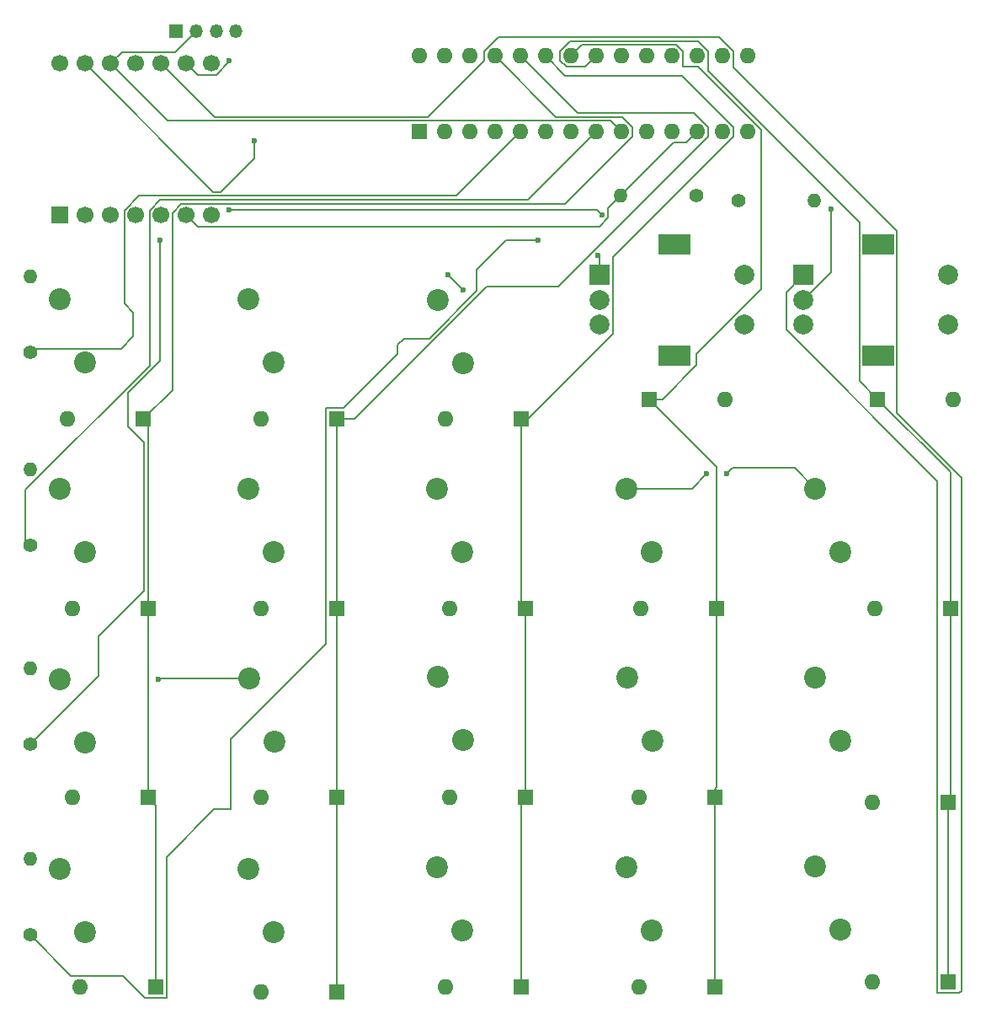
<source format=gbr>
%TF.GenerationSoftware,KiCad,Pcbnew,8.0.6-1.fc40*%
%TF.CreationDate,2024-10-26T10:37:25+11:00*%
%TF.ProjectId,Davepad,44617665-7061-4642-9e6b-696361645f70,rev?*%
%TF.SameCoordinates,Original*%
%TF.FileFunction,Copper,L2,Bot*%
%TF.FilePolarity,Positive*%
%FSLAX46Y46*%
G04 Gerber Fmt 4.6, Leading zero omitted, Abs format (unit mm)*
G04 Created by KiCad (PCBNEW 8.0.6-1.fc40) date 2024-10-26 10:37:25*
%MOMM*%
%LPD*%
G01*
G04 APERTURE LIST*
%TA.AperFunction,ComponentPad*%
%ADD10R,1.350000X1.350000*%
%TD*%
%TA.AperFunction,ComponentPad*%
%ADD11O,1.350000X1.350000*%
%TD*%
%TA.AperFunction,ComponentPad*%
%ADD12O,1.600000X1.600000*%
%TD*%
%TA.AperFunction,ComponentPad*%
%ADD13R,1.600000X1.600000*%
%TD*%
%TA.AperFunction,ComponentPad*%
%ADD14C,2.200000*%
%TD*%
%TA.AperFunction,ComponentPad*%
%ADD15C,1.700000*%
%TD*%
%TA.AperFunction,ComponentPad*%
%ADD16R,1.700000X1.700000*%
%TD*%
%TA.AperFunction,ComponentPad*%
%ADD17C,2.000000*%
%TD*%
%TA.AperFunction,ComponentPad*%
%ADD18R,3.200000X2.000000*%
%TD*%
%TA.AperFunction,ComponentPad*%
%ADD19R,2.000000X2.000000*%
%TD*%
%TA.AperFunction,ComponentPad*%
%ADD20O,1.400000X1.400000*%
%TD*%
%TA.AperFunction,ComponentPad*%
%ADD21C,1.400000*%
%TD*%
%TA.AperFunction,ViaPad*%
%ADD22C,0.600000*%
%TD*%
%TA.AperFunction,Conductor*%
%ADD23C,0.200000*%
%TD*%
G04 APERTURE END LIST*
D10*
%TO.P,J1,1,Pin_1*%
%TO.N,GND*%
X35171138Y-20500000D03*
D11*
%TO.P,J1,2,Pin_2*%
%TO.N,Net-(J1-Pin_2)*%
X37171138Y-20500000D03*
%TO.P,J1,3,Pin_3*%
%TO.N,SCL*%
X39171138Y-20500000D03*
%TO.P,J1,4,Pin_4*%
%TO.N,SDA*%
X41171138Y-20500000D03*
%TD*%
D12*
%TO.P,D3,2,A*%
%TO.N,Net-(D3-A)*%
X24690000Y-97500000D03*
D13*
%TO.P,D3,1,K*%
%TO.N,Net-(D1-K)*%
X32310000Y-97500000D03*
%TD*%
D14*
%TO.P,SW3,2,2*%
%TO.N,Net-(D3-A)*%
X26000000Y-92000000D03*
%TO.P,SW3,1,1*%
%TO.N,Net-(R7-Pad2)*%
X23460000Y-85650000D03*
%TD*%
%TO.P,SW16,2,2*%
%TO.N,Net-(D17-A)*%
X83000000Y-110850000D03*
%TO.P,SW16,1,1*%
%TO.N,Net-(R6-Pad2)*%
X80460000Y-104500000D03*
%TD*%
%TO.P,SW12,2,2*%
%TO.N,Net-(D13-A)*%
X63960000Y-110850000D03*
%TO.P,SW12,1,1*%
%TO.N,Net-(R6-Pad2)*%
X61420000Y-104500000D03*
%TD*%
%TO.P,SW11,2,2*%
%TO.N,Net-(D12-A)*%
X64000000Y-91730000D03*
%TO.P,SW11,1,1*%
%TO.N,Net-(R7-Pad2)*%
X61460000Y-85380000D03*
%TD*%
%TO.P,SW14,2,2*%
%TO.N,Net-(D15-A)*%
X82960000Y-72810000D03*
%TO.P,SW14,1,1*%
%TO.N,Net-(R8-Pad2)*%
X80420000Y-66460000D03*
%TD*%
D15*
%TO.P,U1,14,5V*%
%TO.N,VCC*%
X23460000Y-23750000D03*
%TO.P,U1,13,GND*%
%TO.N,GND*%
X26000000Y-23750000D03*
%TO.P,U1,12,3V3*%
%TO.N,Net-(J1-Pin_2)*%
X28540000Y-23750000D03*
%TO.P,U1,11,PA6_A10_D10_MOSI*%
%TO.N,ROT0B*%
X31080000Y-23750000D03*
%TO.P,U1,10,PA5_A9_D9_MISO*%
%TO.N,ROT1A*%
X33620000Y-23750000D03*
%TO.P,U1,9,PA7_A8_D8_SCK*%
%TO.N,ROT1B*%
X36160000Y-23750000D03*
%TO.P,U1,8,PB09_A7_D7_RX*%
%TO.N,unconnected-(U1-PB09_A7_D7_RX-Pad8)*%
X38700000Y-23750000D03*
%TO.P,U1,7,PB08_A6_D6_TX*%
%TO.N,unconnected-(U1-PB08_A6_D6_TX-Pad7)*%
X38700000Y-39000000D03*
%TO.P,U1,6,PA9_A5_D5_SCL*%
%TO.N,SCL*%
X36160000Y-39000000D03*
%TO.P,U1,5,PA8_A4_D4_SDA*%
%TO.N,SDA*%
X33620000Y-39000000D03*
%TO.P,U1,4,PA11_A3_D3*%
%TO.N,unconnected-(U1-PA11_A3_D3-Pad4)*%
X31080000Y-39000000D03*
%TO.P,U1,3,PA10_A2_D2*%
%TO.N,unconnected-(U1-PA10_A2_D2-Pad3)*%
X28540000Y-39000000D03*
%TO.P,U1,2,PA4_A1_D1*%
%TO.N,ROT0A*%
X26000000Y-39000000D03*
D16*
%TO.P,U1,1,PA02_A0_D0*%
%TO.N,unconnected-(U1-PA02_A0_D0-Pad1)*%
X23460000Y-39000000D03*
%TD*%
D14*
%TO.P,SW7,2,2*%
%TO.N,Net-(D7-A)*%
X45040000Y-91850000D03*
%TO.P,SW7,1,1*%
%TO.N,Net-(R7-Pad2)*%
X42500000Y-85500000D03*
%TD*%
%TO.P,SW18,2,2*%
%TO.N,Net-(D19-A)*%
X101960000Y-72810000D03*
%TO.P,SW18,1,1*%
%TO.N,Net-(R8-Pad2)*%
X99420000Y-66460000D03*
%TD*%
D17*
%TO.P,SW13,S2,S2*%
%TO.N,Net-(R9-Pad2)*%
X92250000Y-45000000D03*
%TO.P,SW13,S1,S1*%
%TO.N,Net-(D14-A)*%
X92250000Y-50000000D03*
D18*
%TO.P,SW13,MP*%
%TO.N,N/C*%
X85250000Y-53100000D03*
X85250000Y-41900000D03*
D17*
%TO.P,SW13,C,C*%
%TO.N,GND*%
X77750000Y-47500000D03*
%TO.P,SW13,B,B*%
%TO.N,ROT0B*%
X77750000Y-50000000D03*
D19*
%TO.P,SW13,A,A*%
%TO.N,ROT0A*%
X77750000Y-45000000D03*
%TD*%
D20*
%TO.P,R7,2*%
%TO.N,Net-(R7-Pad2)*%
X20500000Y-84500000D03*
D21*
%TO.P,R7,1*%
%TO.N,Row3*%
X20500000Y-92120000D03*
%TD*%
D17*
%TO.P,SW17,S2,S2*%
%TO.N,Net-(R9-Pad2)*%
X112750000Y-45000000D03*
%TO.P,SW17,S1,S1*%
%TO.N,Net-(D18-A)*%
X112750000Y-50000000D03*
D18*
%TO.P,SW17,MP*%
%TO.N,N/C*%
X105750000Y-53100000D03*
X105750000Y-41900000D03*
D17*
%TO.P,SW17,C,C*%
%TO.N,GND*%
X98250000Y-47500000D03*
%TO.P,SW17,B,B*%
%TO.N,ROT1B*%
X98250000Y-50000000D03*
D19*
%TO.P,SW17,A,A*%
%TO.N,ROT1A*%
X98250000Y-45000000D03*
%TD*%
D12*
%TO.P,D4,2,A*%
%TO.N,Net-(D4-A)*%
X25500000Y-116500000D03*
D13*
%TO.P,D4,1,K*%
%TO.N,Net-(D1-K)*%
X33120000Y-116500000D03*
%TD*%
D12*
%TO.P,D18,2,A*%
%TO.N,Net-(D18-A)*%
X113310000Y-57500000D03*
D13*
%TO.P,D18,1,K*%
%TO.N,Net-(D18-K)*%
X105690000Y-57500000D03*
%TD*%
D14*
%TO.P,SW9,2,2*%
%TO.N,Net-(D10-A)*%
X64040000Y-53850000D03*
%TO.P,SW9,1,1*%
%TO.N,Net-(R9-Pad2)*%
X61500000Y-47500000D03*
%TD*%
D12*
%TO.P,D2,2,A*%
%TO.N,Net-(D2-A)*%
X24690000Y-78500000D03*
D13*
%TO.P,D2,1,K*%
%TO.N,Net-(D1-K)*%
X32310000Y-78500000D03*
%TD*%
D14*
%TO.P,SW15,2,2*%
%TO.N,Net-(D16-A)*%
X83040000Y-91810000D03*
%TO.P,SW15,1,1*%
%TO.N,Net-(R7-Pad2)*%
X80500000Y-85460000D03*
%TD*%
D12*
%TO.P,D12,2,A*%
%TO.N,Net-(D12-A)*%
X62690000Y-97500000D03*
D13*
%TO.P,D12,1,K*%
%TO.N,Net-(D10-K)*%
X70310000Y-97500000D03*
%TD*%
D14*
%TO.P,SW2,2,2*%
%TO.N,Net-(D2-A)*%
X25960000Y-72810000D03*
%TO.P,SW2,1,1*%
%TO.N,Net-(R8-Pad2)*%
X23420000Y-66460000D03*
%TD*%
D12*
%TO.P,D10,2,A*%
%TO.N,Net-(D10-A)*%
X62190000Y-59500000D03*
D13*
%TO.P,D10,1,K*%
%TO.N,Net-(D10-K)*%
X69810000Y-59500000D03*
%TD*%
D14*
%TO.P,SW4,2,2*%
%TO.N,Net-(D4-A)*%
X26000000Y-111000000D03*
%TO.P,SW4,1,1*%
%TO.N,Net-(R6-Pad2)*%
X23460000Y-104650000D03*
%TD*%
%TO.P,SW19,2,2*%
%TO.N,Net-(D20-A)*%
X101960000Y-91810000D03*
%TO.P,SW19,1,1*%
%TO.N,Net-(R7-Pad2)*%
X99420000Y-85460000D03*
%TD*%
%TO.P,SW10,2,2*%
%TO.N,Net-(D11-A)*%
X63960000Y-72810000D03*
%TO.P,SW10,1,1*%
%TO.N,Net-(R8-Pad2)*%
X61420000Y-66460000D03*
%TD*%
D12*
%TO.P,D7,2,A*%
%TO.N,Net-(D7-A)*%
X43690000Y-97500000D03*
D13*
%TO.P,D7,1,K*%
%TO.N,Net-(D5-K)*%
X51310000Y-97500000D03*
%TD*%
D20*
%TO.P,R11,2*%
%TO.N,SCL*%
X79880000Y-37000000D03*
D21*
%TO.P,R11,1*%
%TO.N,Net-(J1-Pin_2)*%
X87500000Y-37000000D03*
%TD*%
D12*
%TO.P,D11,2,A*%
%TO.N,Net-(D11-A)*%
X62690000Y-78500000D03*
D13*
%TO.P,D11,1,K*%
%TO.N,Net-(D10-K)*%
X70310000Y-78500000D03*
%TD*%
D14*
%TO.P,SW6,2,2*%
%TO.N,Net-(D6-A)*%
X44960000Y-72810000D03*
%TO.P,SW6,1,1*%
%TO.N,Net-(R8-Pad2)*%
X42420000Y-66460000D03*
%TD*%
D20*
%TO.P,R6,2*%
%TO.N,Net-(R6-Pad2)*%
X20500000Y-103690000D03*
D21*
%TO.P,R6,1*%
%TO.N,Row4*%
X20500000Y-111310000D03*
%TD*%
D14*
%TO.P,SW5,2,2*%
%TO.N,Net-(D5-A)*%
X44960000Y-53810000D03*
%TO.P,SW5,1,1*%
%TO.N,Net-(R9-Pad2)*%
X42420000Y-47460000D03*
%TD*%
%TO.P,SW1,2,2*%
%TO.N,Net-(D1-A)*%
X25960000Y-53810000D03*
%TO.P,SW1,1,1*%
%TO.N,Net-(R9-Pad2)*%
X23420000Y-47460000D03*
%TD*%
%TO.P,SW20,2,2*%
%TO.N,Net-(D21-A)*%
X101960000Y-110730000D03*
%TO.P,SW20,1,1*%
%TO.N,Net-(R6-Pad2)*%
X99420000Y-104380000D03*
%TD*%
D12*
%TO.P,D20,2,A*%
%TO.N,Net-(D20-A)*%
X105190000Y-98000000D03*
D13*
%TO.P,D20,1,K*%
%TO.N,Net-(D18-K)*%
X112810000Y-98000000D03*
%TD*%
D12*
%TO.P,D1,2,A*%
%TO.N,Net-(D1-A)*%
X24190000Y-59500000D03*
D13*
%TO.P,D1,1,K*%
%TO.N,Net-(D1-K)*%
X31810000Y-59500000D03*
%TD*%
D12*
%TO.P,D6,2,A*%
%TO.N,Net-(D6-A)*%
X43690000Y-78500000D03*
D13*
%TO.P,D6,1,K*%
%TO.N,Net-(D5-K)*%
X51310000Y-78500000D03*
%TD*%
D12*
%TO.P,D17,2,A*%
%TO.N,Net-(D17-A)*%
X81690000Y-116500000D03*
D13*
%TO.P,D17,1,K*%
%TO.N,Net-(D14-K)*%
X89310000Y-116500000D03*
%TD*%
D12*
%TO.P,D14,2,A*%
%TO.N,Net-(D14-A)*%
X90310000Y-57500000D03*
D13*
%TO.P,D14,1,K*%
%TO.N,Net-(D14-K)*%
X82690000Y-57500000D03*
%TD*%
D12*
%TO.P,D5,2,A*%
%TO.N,Net-(D5-A)*%
X43690000Y-59500000D03*
D13*
%TO.P,D5,1,K*%
%TO.N,Net-(D5-K)*%
X51310000Y-59500000D03*
%TD*%
D12*
%TO.P,D21,2,A*%
%TO.N,Net-(D21-A)*%
X105190000Y-116000000D03*
D13*
%TO.P,D21,1,K*%
%TO.N,Net-(D18-K)*%
X112810000Y-116000000D03*
%TD*%
D12*
%TO.P,D13,2,A*%
%TO.N,Net-(D13-A)*%
X62190000Y-116500000D03*
D13*
%TO.P,D13,1,K*%
%TO.N,Net-(D10-K)*%
X69810000Y-116500000D03*
%TD*%
D12*
%TO.P,D15,2,A*%
%TO.N,Net-(D15-A)*%
X81880000Y-78500000D03*
D13*
%TO.P,D15,1,K*%
%TO.N,Net-(D14-K)*%
X89500000Y-78500000D03*
%TD*%
D20*
%TO.P,R10,2*%
%TO.N,SDA*%
X99310000Y-37500000D03*
D21*
%TO.P,R10,1*%
%TO.N,Net-(J1-Pin_2)*%
X91690000Y-37500000D03*
%TD*%
D20*
%TO.P,R8,2*%
%TO.N,Net-(R8-Pad2)*%
X20500000Y-64500000D03*
D21*
%TO.P,R8,1*%
%TO.N,Row2*%
X20500000Y-72120000D03*
%TD*%
D12*
%TO.P,D8,2,A*%
%TO.N,Net-(D8-A)*%
X43690000Y-117000000D03*
D13*
%TO.P,D8,1,K*%
%TO.N,Net-(D5-K)*%
X51310000Y-117000000D03*
%TD*%
D12*
%TO.P,D16,2,A*%
%TO.N,Net-(D16-A)*%
X81690000Y-97500000D03*
D13*
%TO.P,D16,1,K*%
%TO.N,Net-(D14-K)*%
X89310000Y-97500000D03*
%TD*%
D20*
%TO.P,R9,2*%
%TO.N,Net-(R9-Pad2)*%
X20500000Y-45190000D03*
D21*
%TO.P,R9,1*%
%TO.N,Row1*%
X20500000Y-52810000D03*
%TD*%
D12*
%TO.P,D19,2,A*%
%TO.N,Net-(D19-A)*%
X105380000Y-78500000D03*
D13*
%TO.P,D19,1,K*%
%TO.N,Net-(D18-K)*%
X113000000Y-78500000D03*
%TD*%
D14*
%TO.P,SW8,2,2*%
%TO.N,Net-(D8-A)*%
X44960000Y-111000000D03*
%TO.P,SW8,1,1*%
%TO.N,Net-(R6-Pad2)*%
X42420000Y-104650000D03*
%TD*%
D12*
%TO.P,U2,28,GPA7*%
%TO.N,unconnected-(U2-GPA7-Pad28)*%
X59600000Y-23000000D03*
%TO.P,U2,27,GPA6*%
%TO.N,unconnected-(U2-GPA6-Pad27)*%
X62140000Y-23000000D03*
%TO.P,U2,26,GPA5*%
%TO.N,unconnected-(U2-GPA5-Pad26)*%
X64680000Y-23000000D03*
%TO.P,U2,25,GPA4*%
%TO.N,Net-(D1-K)*%
X67220000Y-23000000D03*
%TO.P,U2,24,GPA3*%
%TO.N,Net-(D5-K)*%
X69760000Y-23000000D03*
%TO.P,U2,23,GPA2*%
%TO.N,Net-(D10-K)*%
X72300000Y-23000000D03*
%TO.P,U2,22,GPA1*%
%TO.N,Net-(D14-K)*%
X74840000Y-23000000D03*
%TO.P,U2,21,GPA0*%
%TO.N,Net-(D18-K)*%
X77380000Y-23000000D03*
%TO.P,U2,20,INTA*%
%TO.N,unconnected-(U2-INTA-Pad20)*%
X79920000Y-23000000D03*
%TO.P,U2,19,INTB*%
%TO.N,unconnected-(U2-INTB-Pad19)*%
X82460000Y-23000000D03*
%TO.P,U2,18,~{RESET}*%
%TO.N,unconnected-(U2-~{RESET}-Pad18)*%
X85000000Y-23000000D03*
%TO.P,U2,17,A2*%
%TO.N,GND*%
X87540000Y-23000000D03*
%TO.P,U2,16,A1*%
X90080000Y-23000000D03*
%TO.P,U2,15,A0*%
X92620000Y-23000000D03*
%TO.P,U2,14,NC*%
%TO.N,unconnected-(U2-NC-Pad14)*%
X92620000Y-30620000D03*
%TO.P,U2,13,SDA*%
%TO.N,SDA*%
X90080000Y-30620000D03*
%TO.P,U2,12,SCK*%
%TO.N,SCL*%
X87540000Y-30620000D03*
%TO.P,U2,11,NC*%
%TO.N,unconnected-(U2-NC-Pad11)*%
X85000000Y-30620000D03*
%TO.P,U2,10,VSS*%
%TO.N,GND*%
X82460000Y-30620000D03*
%TO.P,U2,9,VDD*%
%TO.N,Net-(J1-Pin_2)*%
X79920000Y-30620000D03*
%TO.P,U2,8,GPB7*%
%TO.N,Row2*%
X77380000Y-30620000D03*
%TO.P,U2,7,GPB6*%
%TO.N,Row3*%
X74840000Y-30620000D03*
%TO.P,U2,6,GPB5*%
%TO.N,Row4*%
X72300000Y-30620000D03*
%TO.P,U2,5,GPB4*%
%TO.N,Row1*%
X69760000Y-30620000D03*
%TO.P,U2,4,GPB3*%
%TO.N,unconnected-(U2-GPB3-Pad4)*%
X67220000Y-30620000D03*
%TO.P,U2,3,GPB2*%
%TO.N,unconnected-(U2-GPB2-Pad3)*%
X64680000Y-30620000D03*
%TO.P,U2,2,GPB1*%
%TO.N,unconnected-(U2-GPB1-Pad2)*%
X62140000Y-30620000D03*
D13*
%TO.P,U2,1,GPB0*%
%TO.N,unconnected-(U2-GPB0-Pad1)*%
X59600000Y-30620000D03*
%TD*%
D22*
%TO.N,GND*%
X43000000Y-31500000D03*
%TO.N,Row3*%
X33500000Y-41500000D03*
%TO.N,Row4*%
X71500000Y-41500000D03*
%TO.N,GND*%
X101000000Y-38400660D03*
%TO.N,ROT0A*%
X77532082Y-43032082D03*
%TO.N,ROT0B*%
X62500000Y-45000000D03*
X64000000Y-46500000D03*
%TO.N,ROT1B*%
X40500000Y-38500000D03*
X78000000Y-39000660D03*
X40500000Y-23500000D03*
%TO.N,Net-(R7-Pad2)*%
X33350000Y-85650000D03*
%TO.N,Net-(R8-Pad2)*%
X88500000Y-65000000D03*
X90500000Y-65000000D03*
%TD*%
D23*
%TO.N,GND*%
X43000000Y-31500000D02*
X43000000Y-33285686D01*
X43000000Y-33285686D02*
X39635686Y-36650000D01*
X38900000Y-36650000D02*
X26000000Y-23750000D01*
X39635686Y-36650000D02*
X38900000Y-36650000D01*
%TO.N,Net-(J1-Pin_2)*%
X37171138Y-20500000D02*
X35071138Y-22600000D01*
X35071138Y-22600000D02*
X29690000Y-22600000D01*
X29690000Y-22600000D02*
X28540000Y-23750000D01*
%TO.N,Net-(D1-K)*%
X81020000Y-31075635D02*
X74245635Y-37850000D01*
X34770000Y-56540000D02*
X31810000Y-59500000D01*
X74245635Y-37850000D02*
X35683654Y-37850000D01*
X32310000Y-97500000D02*
X32310000Y-78500000D01*
X81020000Y-30164365D02*
X81020000Y-31075635D01*
X33120000Y-116500000D02*
X33120000Y-98310000D01*
X73340000Y-29120000D02*
X79975635Y-29120000D01*
X35683654Y-37850000D02*
X34770000Y-38763654D01*
X34770000Y-38763654D02*
X34770000Y-56540000D01*
X33120000Y-98310000D02*
X32310000Y-97500000D01*
X79975635Y-29120000D02*
X81020000Y-30164365D01*
X67220000Y-23000000D02*
X73340000Y-29120000D01*
X32310000Y-78500000D02*
X32310000Y-60000000D01*
%TO.N,Net-(D5-K)*%
X75480000Y-28720000D02*
X87195635Y-28720000D01*
X73555635Y-46160000D02*
X66395635Y-46160000D01*
X51310000Y-59500000D02*
X51310000Y-78500000D01*
X51310000Y-117000000D02*
X51310000Y-97500000D01*
X66395635Y-46160000D02*
X53055635Y-59500000D01*
X51310000Y-97500000D02*
X51310000Y-78500000D01*
X53055635Y-59500000D02*
X51310000Y-59500000D01*
X69760000Y-23000000D02*
X75480000Y-28720000D01*
X88640000Y-30164365D02*
X88640000Y-31075635D01*
X88640000Y-31075635D02*
X73555635Y-46160000D01*
X87195635Y-28720000D02*
X88640000Y-30164365D01*
%TO.N,Net-(D10-K)*%
X85989949Y-24974314D02*
X91180000Y-30164365D01*
X69810000Y-59500000D02*
X69810000Y-78000000D01*
X70310000Y-97500000D02*
X70310000Y-78500000D01*
X91180000Y-30164365D02*
X91180000Y-31075635D01*
X69810000Y-116500000D02*
X69810000Y-98000000D01*
X91180000Y-31075635D02*
X79050000Y-43205635D01*
X79050000Y-50950000D02*
X70500000Y-59500000D01*
X72300000Y-23000000D02*
X74274314Y-24974314D01*
X79050000Y-43205635D02*
X79050000Y-50950000D01*
X74274314Y-24974314D02*
X85989949Y-24974314D01*
%TO.N,Net-(D14-K)*%
X86100000Y-24100000D02*
X87655635Y-24100000D01*
X87500000Y-54050000D02*
X84050000Y-57500000D01*
X94000000Y-46411522D02*
X87500000Y-52911522D01*
X89500000Y-96500000D02*
X89500000Y-78500000D01*
X89500000Y-64310000D02*
X89500000Y-78500000D01*
X94000000Y-30444365D02*
X94000000Y-46411522D01*
X74840000Y-23000000D02*
X75940000Y-21900000D01*
X89310000Y-96690000D02*
X89500000Y-96500000D01*
X87655635Y-24100000D02*
X94000000Y-30444365D01*
X89310000Y-97500000D02*
X89310000Y-96690000D01*
X82690000Y-57500000D02*
X89500000Y-64310000D01*
X85455635Y-21900000D02*
X86100000Y-22544365D01*
X75940000Y-21900000D02*
X85455635Y-21900000D01*
X86100000Y-22544365D02*
X86100000Y-24100000D01*
X89310000Y-116500000D02*
X89310000Y-97500000D01*
X84050000Y-57500000D02*
X82690000Y-57500000D01*
X87500000Y-52911522D02*
X87500000Y-54050000D01*
%TO.N,Row1*%
X29590000Y-52410000D02*
X20900000Y-52410000D01*
X30850000Y-51150000D02*
X29590000Y-52410000D01*
X63330000Y-37050000D02*
X31403654Y-37050000D01*
X69760000Y-30620000D02*
X63330000Y-37050000D01*
X30850000Y-48780000D02*
X30850000Y-51150000D01*
X29930000Y-47860000D02*
X30850000Y-48780000D01*
X29930000Y-38523654D02*
X29930000Y-47860000D01*
X31403654Y-37050000D02*
X29930000Y-38523654D01*
%TO.N,Row2*%
X20000000Y-66570000D02*
X20000000Y-72120000D01*
X32470000Y-38523654D02*
X32470000Y-54100000D01*
X32470000Y-54100000D02*
X20000000Y-66570000D01*
X77380000Y-30620000D02*
X70550000Y-37450000D01*
X70550000Y-37450000D02*
X33543654Y-37450000D01*
X33543654Y-37450000D02*
X32470000Y-38523654D01*
%TO.N,Row3*%
X30317843Y-56817843D02*
X33500000Y-53635686D01*
X31910000Y-61800000D02*
X30317843Y-60207843D01*
X30317843Y-60207843D02*
X30317843Y-56817843D01*
X27340000Y-85280000D02*
X27340000Y-81270000D01*
X33500000Y-53635686D02*
X33500000Y-41500000D01*
X20500000Y-92120000D02*
X27340000Y-85280000D01*
X31910000Y-76700000D02*
X31910000Y-61800000D01*
X27340000Y-81270000D02*
X31910000Y-76700000D01*
%TO.N,Row4*%
X50210000Y-82086598D02*
X50210000Y-58400000D01*
X57400000Y-52955635D02*
X57400000Y-52044365D01*
X60589949Y-51400000D02*
X65380000Y-46609949D01*
X65380000Y-44462944D02*
X68342944Y-41500000D01*
X65380000Y-46609949D02*
X65380000Y-44462944D01*
X40645000Y-91651598D02*
X50210000Y-82086598D01*
X29820000Y-115400000D02*
X32020000Y-117600000D01*
X34220000Y-103455000D02*
X38975000Y-98700000D01*
X68342944Y-41500000D02*
X71500000Y-41500000D01*
X20500000Y-111310000D02*
X24590000Y-115400000D01*
X34220000Y-117600000D02*
X34220000Y-103455000D01*
X50210000Y-58400000D02*
X51955635Y-58400000D01*
X57400000Y-52044365D02*
X58044365Y-51400000D01*
X40645000Y-98700000D02*
X40645000Y-91651598D01*
X24590000Y-115400000D02*
X29820000Y-115400000D01*
X51955635Y-58400000D02*
X57400000Y-52955635D01*
X32020000Y-117600000D02*
X34220000Y-117600000D01*
X38975000Y-98700000D02*
X40645000Y-98700000D01*
X58044365Y-51400000D02*
X60589949Y-51400000D01*
%TO.N,GND*%
X101000000Y-38400660D02*
X101000000Y-44750000D01*
X101000000Y-44750000D02*
X98250000Y-47500000D01*
%TO.N,ROT0A*%
X77750000Y-43250000D02*
X77750000Y-45000000D01*
X77532082Y-43032082D02*
X77750000Y-43250000D01*
%TO.N,Net-(J1-Pin_2)*%
X34310000Y-29520000D02*
X28540000Y-23750000D01*
X79920000Y-30620000D02*
X78820000Y-29520000D01*
X78820000Y-29520000D02*
X34310000Y-29520000D01*
%TO.N,Net-(D18-K)*%
X74384365Y-24100000D02*
X73740000Y-23455635D01*
X113000000Y-78500000D02*
X113000000Y-97810000D01*
X73740000Y-23455635D02*
X73740000Y-22544365D01*
X88640000Y-24518679D02*
X103850000Y-39728679D01*
X73740000Y-22544365D02*
X74784365Y-21500000D01*
X76280000Y-24100000D02*
X74384365Y-24100000D01*
X103850000Y-55660000D02*
X105690000Y-57500000D01*
X77380000Y-23000000D02*
X76280000Y-24100000D01*
X112810000Y-98000000D02*
X112810000Y-116000000D01*
X88640000Y-22544365D02*
X88640000Y-24518679D01*
X74784365Y-21500000D02*
X87595635Y-21500000D01*
X87595635Y-21500000D02*
X88640000Y-22544365D01*
X113000000Y-64810000D02*
X113000000Y-78500000D01*
X105690000Y-57500000D02*
X113000000Y-64810000D01*
X103850000Y-39728679D02*
X103850000Y-55660000D01*
%TO.N,ROT0B*%
X62500000Y-45000000D02*
X64000000Y-46500000D01*
%TO.N,ROT1B*%
X39176346Y-24900000D02*
X37310000Y-24900000D01*
X78000000Y-39000660D02*
X77499340Y-38500000D01*
X77499340Y-38500000D02*
X40500000Y-38500000D01*
X40500000Y-23500000D02*
X40500000Y-23576346D01*
X37310000Y-24900000D02*
X36160000Y-23750000D01*
X40500000Y-23576346D02*
X39176346Y-24900000D01*
%TO.N,ROT1A*%
X113910000Y-117100000D02*
X111710000Y-117100000D01*
X91180000Y-22544365D02*
X91180000Y-24130000D01*
X111710000Y-65720000D02*
X96500000Y-50510000D01*
X114100000Y-116910000D02*
X113910000Y-117100000D01*
X89735635Y-21100000D02*
X91180000Y-22544365D01*
X96500000Y-50510000D02*
X96500000Y-46750000D01*
X111710000Y-117100000D02*
X111710000Y-65720000D01*
X91180000Y-24130000D02*
X107650000Y-40600000D01*
X33620000Y-23750000D02*
X38990000Y-29120000D01*
X114100000Y-65344314D02*
X114100000Y-116910000D01*
X107650000Y-58894314D02*
X114100000Y-65344314D01*
X96500000Y-46750000D02*
X98250000Y-45000000D01*
X67564365Y-21100000D02*
X89735635Y-21100000D01*
X60455635Y-29120000D02*
X66120000Y-23455635D01*
X38990000Y-29120000D02*
X60455635Y-29120000D01*
X66120000Y-23455635D02*
X66120000Y-22544365D01*
X107650000Y-40600000D02*
X107650000Y-58894314D01*
X66120000Y-22544365D02*
X67564365Y-21100000D01*
%TO.N,SCL*%
X37310000Y-40150000D02*
X77699189Y-40150000D01*
X78600000Y-38280000D02*
X85160000Y-31720000D01*
X78600000Y-39249189D02*
X78600000Y-38280000D01*
X36160000Y-39000000D02*
X37310000Y-40150000D01*
X77699189Y-40150000D02*
X78600000Y-39249189D01*
X85160000Y-31720000D02*
X86440000Y-31720000D01*
X86440000Y-31720000D02*
X87540000Y-30620000D01*
%TO.N,Net-(R7-Pad2)*%
X33500000Y-85500000D02*
X42500000Y-85500000D01*
X33350000Y-85650000D02*
X33500000Y-85500000D01*
%TO.N,Net-(R8-Pad2)*%
X90500000Y-65000000D02*
X91100000Y-64400000D01*
X91100000Y-64400000D02*
X97360000Y-64400000D01*
X97360000Y-64400000D02*
X99420000Y-66460000D01*
X87040000Y-66460000D02*
X88500000Y-65000000D01*
X80420000Y-66460000D02*
X87040000Y-66460000D01*
%TD*%
M02*

</source>
